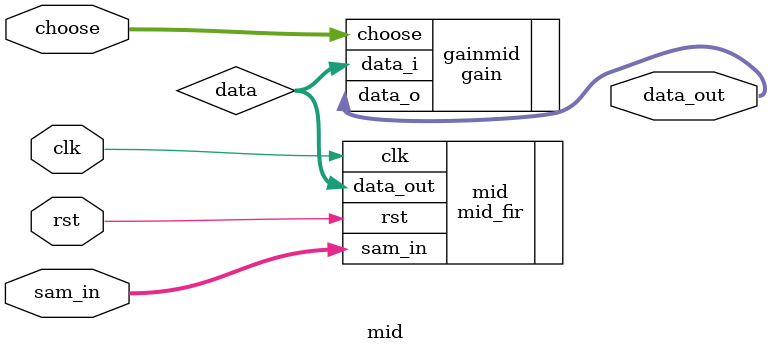
<source format=sv>
module mid (
input logic clk,
    input logic rst,
    input logic  signed [23 :0] sam_in,
    input logic [2:0]choose,
    output logic signed  [23 :0] data_out);

// wire
logic [23:0] data;

//fir 
mid_fir mid (.clk(clk),
				.rst(rst),
				.sam_in(sam_in),
				.data_out(data));
// gain
gain  gainmid    (.data_i(data),
				     .data_o(data_out),
				     .choose(choose) );
endmodule
</source>
